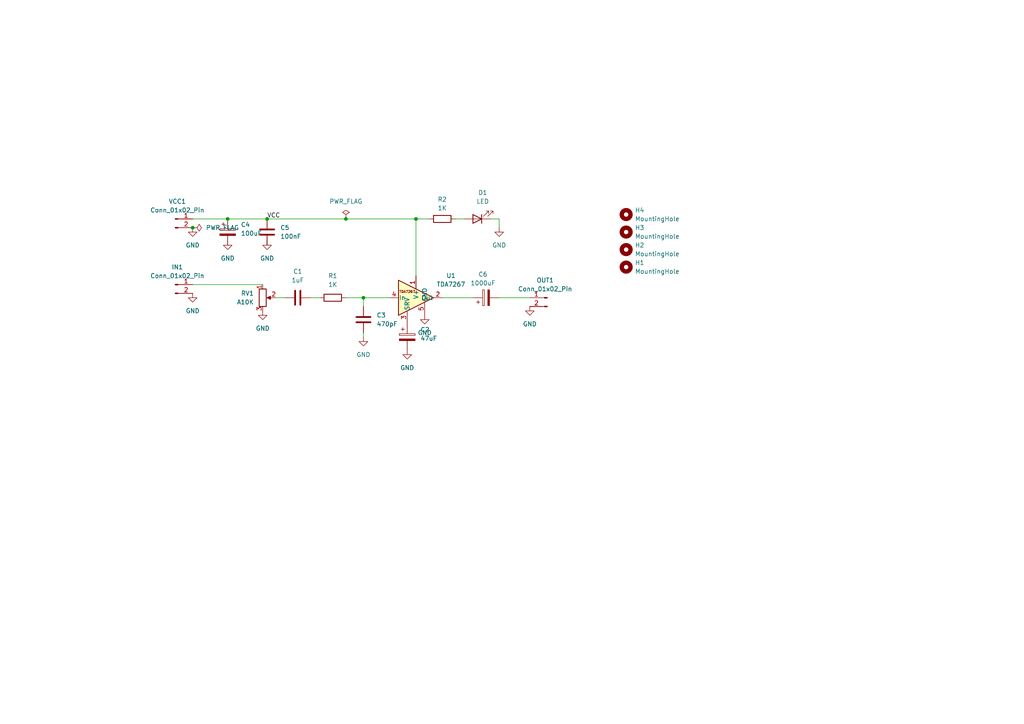
<source format=kicad_sch>
(kicad_sch (version 20250114) (generator "eeschema") (generator_version "9.0")
  (paper "A4")
  (lib_symbols
    (symbol "Amplifier_Audio:TDA7267" (pin_names (offset 0.127))
      (property "Reference" "U1" (at 10.16 6.4202 0))
      (property "Value" "TDA7267" (at 10.16 3.8802 0))
      (symbol "TDA7267_0_1"
        (polyline (pts (xy 5.08 0) (xy -5.08 5.08) (xy -5.08 -5.08) (xy 5.08 0)) (stroke (width 0.254)) (fill (type background)))
      )
      (symbol "TDA7267_1_1"
        (text "TDA7267" (at -2.54 1.778 0) (effects (font (size 0.7112 0.7112))))
        (pin input line (at -7.62 0 0) (length 2.54) (name "In") (number "4"))
        (pin passive line (at -2.54 -7.62 90) (length 3.81) (name "SRV") (number "3"))
        (pin power_in line (at 0 6.35 270) (length 3.81) (name "V+") (number "1"))
        (pin power_in line (at 2.54 -5.08 90) (length 3.81) (name "GND") (number "5"))
        (pin passive line (at 2.54 -5.08 90) (length 3.81) (hide yes) (name "GND") (number "6"))
        (pin passive line (at 2.54 -5.08 90) (length 3.81) (hide yes) (name "GND") (number "7"))
        (pin passive line (at 2.54 -5.08 90) (length 3.81) (hide yes) (name "GND") (number "8"))
        (pin output line (at 7.62 0 180) (length 2.54) (name "Out") (number "2"))
      )
    )
    (symbol "Connector:Conn_01x02_Pin" (pin_names (offset 1.016) (hide yes))
      (property "Reference" "J" (at 0 2.54 0))
      (property "Value" "Conn_01x02_Pin" (at 0 -5.08 0))
      (symbol "Conn_01x02_Pin_1_1"
        (rectangle (start 0.8636 0.127) (end 0 -0.127) (stroke (width 0.1524)) (fill (type outline)))
        (rectangle (start 0.8636 -2.413) (end 0 -2.667) (stroke (width 0.1524)) (fill (type outline)))
        (polyline (pts (xy 1.27 0) (xy 0.8636 0)) (stroke (width 0.1524)))
        (polyline (pts (xy 1.27 -2.54) (xy 0.8636 -2.54)) (stroke (width 0.1524)))
        (pin passive line (at 5.08 0 180) (length 3.81) (name "Pin_1") (number "1"))
        (pin passive line (at 5.08 -2.54 180) (length 3.81) (name "Pin_2") (number "2"))
      )
    )
    (symbol "Device:C" (pin_numbers (hide yes)) (pin_names (offset 0.254))
      (property "Reference" "C" (at 0.635 2.54 0))
      (property "Value" "C" (at 0.635 -2.54 0))
      (symbol "C_0_1"
        (polyline (pts (xy -2.032 0.762) (xy 2.032 0.762)) (stroke (width 0.508)))
        (polyline (pts (xy -2.032 -0.762) (xy 2.032 -0.762)) (stroke (width 0.508)))
      )
      (symbol "C_1_1"
        (pin passive line (at 0 3.81 270) (length 2.794) (name "~") (number "1"))
        (pin passive line (at 0 -3.81 90) (length 2.794) (name "~") (number "2"))
      )
    )
    (symbol "Device:C_Polarized" (pin_numbers (hide yes)) (pin_names (offset 0.254))
      (property "Reference" "C" (at 0.635 2.54 0))
      (property "Value" "C_Polarized" (at 0.635 -2.54 0))
      (symbol "C_Polarized_0_1"
        (rectangle (start -2.286 0.508) (end 2.286 1.016))
        (polyline (pts (xy -1.778 2.286) (xy -0.762 2.286)))
        (polyline (pts (xy -1.27 2.794) (xy -1.27 1.778)))
        (rectangle (start 2.286 -0.508) (end -2.286 -1.016) (fill (type outline)))
      )
      (symbol "C_Polarized_1_1"
        (pin passive line (at 0 3.81 270) (length 2.794) (name "~") (number "1"))
        (pin passive line (at 0 -3.81 90) (length 2.794) (name "~") (number "2"))
      )
    )
    (symbol "Device:LED" (pin_numbers (hide yes)) (pin_names (offset 1.016) (hide yes))
      (property "Reference" "D" (at 0 2.54 0))
      (property "Value" "LED" (at 0 -2.54 0))
      (symbol "LED_0_1"
        (polyline (pts (xy -3.048 -0.762) (xy -4.572 -2.286) (xy -3.81 -2.286) (xy -4.572 -2.286) (xy -4.572 -1.524)))
        (polyline (pts (xy -1.778 -0.762) (xy -3.302 -2.286) (xy -2.54 -2.286) (xy -3.302 -2.286) (xy -3.302 -1.524)))
        (polyline (pts (xy -1.27 0) (xy 1.27 0)))
        (polyline (pts (xy -1.27 -1.27) (xy -1.27 1.27)) (stroke (width 0.254)))
        (polyline (pts (xy 1.27 -1.27) (xy 1.27 1.27) (xy -1.27 0) (xy 1.27 -1.27)) (stroke (width 0.254)))
      )
      (symbol "LED_1_1"
        (pin passive line (at -3.81 0 0) (length 2.54) (name "K") (number "1"))
        (pin passive line (at 3.81 0 180) (length 2.54) (name "A") (number "2"))
      )
    )
    (symbol "Device:R" (pin_numbers (hide yes)) (pin_names (offset 0))
      (property "Reference" "R" (at 2.032 0 90))
      (property "Value" "R" (at 0 0 90))
      (symbol "R_0_1"
        (rectangle (start -1.016 -2.54) (end 1.016 2.54) (stroke (width 0.254)))
      )
      (symbol "R_1_1"
        (pin passive line (at 0 3.81 270) (length 1.27) (name "~") (number "1"))
        (pin passive line (at 0 -3.81 90) (length 1.27) (name "~") (number "2"))
      )
    )
    (symbol "Device:R_Potentiometer" (pin_names (offset 1.016) (hide yes))
      (property "Reference" "RV" (at -4.445 0 90))
      (property "Value" "R_Potentiometer" (at -2.54 0 90))
      (symbol "R_Potentiometer_0_1"
        (rectangle (start 1.016 2.54) (end -1.016 -2.54) (stroke (width 0.254)))
        (polyline (pts (xy 1.143 0) (xy 2.286 0.508) (xy 2.286 -0.508) (xy 1.143 0)) (fill (type outline)))
        (polyline (pts (xy 2.54 0) (xy 1.524 0)))
      )
      (symbol "R_Potentiometer_1_1"
        (pin passive line (at 0 3.81 270) (length 1.27) (name "1") (number "1"))
        (pin passive line (at 0 -3.81 90) (length 1.27) (name "3") (number "3"))
        (pin passive line (at 3.81 0 180) (length 1.27) (name "2") (number "2"))
      )
    )
    (symbol "Mechanical:MountingHole" (pin_names (offset 1.016)) (in_bom no)
      (property "Reference" "H" (at 0 5.08 0))
      (property "Value" "MountingHole" (at 0 3.175 0))
      (symbol "MountingHole_0_1"
        (circle (center 0 0) (radius 1.27) (stroke (width 1.27)))
      )
    )
    (symbol "power:GND" (power) (pin_numbers (hide yes)) (pin_names (offset 0) (hide yes))
      (property "Value" "GND" (at 0 -3.81 0))
      (symbol "GND_0_1"
        (polyline (pts (xy 0 0) (xy 0 -1.27) (xy 1.27 -1.27) (xy 0 -2.54) (xy -1.27 -1.27) (xy 0 -1.27)))
      )
      (symbol "GND_1_1"
        (pin power_in line (at 0 0 270) (length 0) (name "~") (number "1"))
      )
    )
    (symbol "power:PWR_FLAG" (power) (pin_numbers (hide yes)) (pin_names (offset 0) (hide yes))
      (property "Value" "PWR_FLAG" (at 0 3.81 0))
      (symbol "PWR_FLAG_0_0"
        (pin power_out line (at 0 0 90) (length 0) (name "~") (number "1"))
      )
      (symbol "PWR_FLAG_0_1"
        (polyline (pts (xy 0 0) (xy 0 1.27) (xy -1.016 1.905) (xy 0 2.54) (xy 1.016 1.905) (xy 0 1.27)))
      )
    )
  )
  (junction (at 120.65 63.5))
  (junction (at 105.41 86.36))
  (junction (at 77.47 63.5))
  (junction (at 66.04 63.5))
  (junction (at 100.33 63.5))
  (junction (at 55.88 66.04))
  (wire (pts (xy 144.78 86.36) (xy 153.67 86.36)))
  (wire (pts (xy 55.88 82.55) (xy 76.2 82.55)))
  (wire (pts (xy 105.41 86.36) (xy 105.41 88.9)))
  (wire (pts (xy 90.17 86.36) (xy 92.71 86.36)))
  (wire (pts (xy 142.24 63.5) (xy 144.78 63.5)))
  (wire (pts (xy 144.78 63.5) (xy 144.78 66.04)))
  (wire (pts (xy 100.33 86.36) (xy 105.41 86.36)))
  (wire (pts (xy 120.65 63.5) (xy 124.46 63.5)))
  (wire (pts (xy 66.04 63.5) (xy 77.47 63.5)))
  (wire (pts (xy 80.01 86.36) (xy 82.55 86.36)))
  (wire (pts (xy 128.27 86.36) (xy 137.16 86.36)))
  (wire (pts (xy 100.33 63.5) (xy 120.65 63.5)))
  (wire (pts (xy 105.41 96.52) (xy 105.41 97.79)))
  (wire (pts (xy 120.65 63.5) (xy 120.65 80.01)))
  (wire (pts (xy 132.08 63.5) (xy 134.62 63.5)))
  (wire (pts (xy 105.41 86.36) (xy 113.03 86.36)))
  (wire (pts (xy 77.47 63.5) (xy 100.33 63.5)))
  (wire (pts (xy 77.47 69.85) (xy 77.47 71.12)))
  (wire (pts (xy 66.04 69.85) (xy 66.04 71.12)))
  (wire (pts (xy 55.88 63.5) (xy 66.04 63.5)))
  (label "VCC" (at 77.47 63.5 0))
  (symbol (lib_id "Device:C_Polarized") (at 118.11 97.79 0) (unit 1)
    (property "Reference" "C2" (at 121.92 95.6309 0) (effects (justify left)))
    (property "Value" "47uF" (at 121.92 98.1709 0) (effects (justify left)))
    (property "Footprint" "Capacitor_THT:CP_Radial_D8.0mm_P3.80mm" (effects (hide yes)))
    (property "Description" "Polarized capacitor" (effects (hide yes)))
  )
  (symbol (lib_id "power:GND") (at 144.78 66.04 0) (unit 1)
    (property "Reference" "#PWR09" (effects (hide yes)))
    (property "Value" "GND" (at 144.78 71.12 0))
    (property "Description" "Power symbol creates a global label with name \"GND\" , ground" (effects (hide yes)))
  )
  (symbol (lib_id "Mechanical:MountingHole") (at 181.61 72.39 0) (unit 1) (in_bom no)
    (property "Reference" "H2" (at 184.15 71.1199 0) (effects (justify left)))
    (property "Value" "MountingHole" (at 184.15 73.6599 0) (effects (justify left)))
    (property "Footprint" "MountingHole:MountingHole_2.2mm_M2" (effects (hide yes)))
    (property "Description" "Mounting Hole without connection" (effects (hide yes)))
  )
  (symbol (lib_id "power:GND") (at 153.67 88.9 0) (unit 1)
    (property "Reference" "#PWR010" (effects (hide yes)))
    (property "Value" "GND" (at 153.67 93.98 0))
    (property "Description" "Power symbol creates a global label with name \"GND\" , ground" (effects (hide yes)))
  )
  (symbol (lib_id "Amplifier_Audio:TDA7267") (at 120.65 86.36 0) (unit 1)
    (property "Reference" "U1" (at 130.81 79.9398 0))
    (property "Value" "TDA7267" (at 130.81 82.4798 0))
    (property "Footprint" "Package_DIP:DIP-8_W7.62mm_LongPads" (effects (hide yes)))
    (property "Datasheet" "https://vakits.com/sites/default/files/TDA7267.pdf" (effects (hide yes)))
    (property "Description" "Low Voltage Audio Power Amplifier, DIP-8/SOIC-8/SSOP-8" (effects (hide yes)))
  )
  (symbol (lib_id "Connector:Conn_01x02_Pin") (at 50.8 82.55 0) (unit 1)
    (property "Reference" "IN1" (at 51.435 77.47 0))
    (property "Value" "Conn_01x02_Pin" (at 51.435 80.01 0))
    (property "Footprint" "TerminalBlock:TerminalBlock_bornier-2_P5.08mm" (effects (hide yes)))
    (property "Description" "Generic connector, single row, 01x02, script generated" (effects (hide yes)))
  )
  (symbol (lib_id "Device:C_Polarized") (at 140.97 86.36 90) (unit 1)
    (property "Reference" "C6" (at 140.081 79.5777 90))
    (property "Value" "1000uF" (at 140.081 82.1177 90))
    (property "Footprint" "Capacitor_THT:CP_Radial_D10.0mm_P5.00mm" (effects (hide yes)))
    (property "Description" "Polarized capacitor" (effects (hide yes)))
  )
  (symbol (lib_id "Mechanical:MountingHole") (at 181.61 77.47 0) (unit 1) (in_bom no)
    (property "Reference" "H1" (at 184.15 76.1999 0) (effects (justify left)))
    (property "Value" "MountingHole" (at 184.15 78.7399 0) (effects (justify left)))
    (property "Footprint" "MountingHole:MountingHole_2.2mm_M2" (effects (hide yes)))
    (property "Description" "Mounting Hole without connection" (effects (hide yes)))
  )
  (symbol (lib_id "power:PWR_FLAG") (at 100.33 63.5 0) (unit 1)
    (property "Reference" "#FLG01" (effects (hide yes)))
    (property "Value" "PWR_FLAG" (at 100.33 58.42 0))
    (property "Description" "Special symbol for telling ERC where power comes from" (effects (hide yes)))
  )
  (symbol (lib_id "Device:C_Polarized") (at 66.04 67.31 0) (unit 1)
    (property "Reference" "C4" (at 69.85 65.1509 0) (effects (justify left)))
    (property "Value" "100uF" (at 69.85 67.6909 0) (effects (justify left)))
    (property "Footprint" "Capacitor_THT:CP_Radial_D8.0mm_P3.80mm" (effects (hide yes)))
    (property "Description" "Polarized capacitor" (effects (hide yes)))
  )
  (symbol (lib_id "Connector:Conn_01x02_Pin") (at 50.8 63.5 0) (unit 1)
    (property "Reference" "VCC1" (at 51.435 58.42 0))
    (property "Value" "Conn_01x02_Pin" (at 51.435 60.96 0))
    (property "Footprint" "TerminalBlock:TerminalBlock_bornier-2_P5.08mm" (effects (hide yes)))
    (property "Description" "Generic connector, single row, 01x02, script generated" (effects (hide yes)))
  )
  (symbol (lib_id "Mechanical:MountingHole") (at 181.61 62.23 0) (unit 1) (in_bom no)
    (property "Reference" "H4" (at 184.15 60.9599 0) (effects (justify left)))
    (property "Value" "MountingHole" (at 184.15 63.4999 0) (effects (justify left)))
    (property "Footprint" "MountingHole:MountingHole_2.2mm_M2" (effects (hide yes)))
    (property "Description" "Mounting Hole without connection" (effects (hide yes)))
  )
  (symbol (lib_id "Device:C") (at 105.41 92.71 180) (unit 1)
    (property "Reference" "C3" (at 109.22 91.4399 0) (effects (justify right)))
    (property "Value" "470pF" (at 109.22 93.9799 0) (effects (justify right)))
    (property "Footprint" "Capacitor_THT:C_Disc_D6.0mm_W2.5mm_P5.00mm" (effects (hide yes)))
    (property "Description" "Unpolarized capacitor" (effects (hide yes)))
  )
  (symbol (lib_id "power:GND") (at 76.2 90.17 0) (unit 1)
    (property "Reference" "#PWR02" (effects (hide yes)))
    (property "Value" "GND" (at 76.2 95.25 0))
    (property "Description" "Power symbol creates a global label with name \"GND\" , ground" (effects (hide yes)))
  )
  (symbol (lib_id "power:GND") (at 55.88 66.04 0) (unit 1)
    (property "Reference" "#PWR06" (effects (hide yes)))
    (property "Value" "GND" (at 55.88 71.12 0))
    (property "Description" "Power symbol creates a global label with name \"GND\" , ground" (effects (hide yes)))
  )
  (symbol (lib_id "Device:R_Potentiometer") (at 76.2 86.36 0) (unit 1)
    (property "Reference" "RV1" (at 73.66 85.0899 0) (effects (justify right)))
    (property "Value" "A10K" (at 73.66 87.6299 0) (effects (justify right)))
    (property "Footprint" "Potentiometer_THT:Potentiometer_Piher_T-16H_Single_Horizontal" (effects (hide yes)))
    (property "Description" "Potentiometer" (effects (hide yes)))
  )
  (symbol (lib_id "power:GND") (at 123.19 91.44 0) (unit 1)
    (property "Reference" "#PWR03" (effects (hide yes)))
    (property "Value" "GND" (at 123.19 96.52 0))
    (property "Description" "Power symbol creates a global label with name \"GND\" , ground" (effects (hide yes)))
  )
  (symbol (lib_id "power:GND") (at 105.41 97.79 0) (unit 1)
    (property "Reference" "#PWR05" (effects (hide yes)))
    (property "Value" "GND" (at 105.41 102.87 0))
    (property "Description" "Power symbol creates a global label with name \"GND\" , ground" (effects (hide yes)))
  )
  (symbol (lib_id "power:GND") (at 55.88 85.09 0) (unit 1)
    (property "Reference" "#PWR01" (effects (hide yes)))
    (property "Value" "GND" (at 55.88 90.17 0))
    (property "Description" "Power symbol creates a global label with name \"GND\" , ground" (effects (hide yes)))
  )
  (symbol (lib_id "power:GND") (at 77.47 69.85 0) (unit 1)
    (property "Reference" "#PWR08" (effects (hide yes)))
    (property "Value" "GND" (at 77.47 74.93 0))
    (property "Description" "Power symbol creates a global label with name \"GND\" , ground" (effects (hide yes)))
  )
  (symbol (lib_id "Device:R") (at 96.52 86.36 90) (unit 1)
    (property "Reference" "R1" (at 96.52 80.01 90))
    (property "Value" "1K" (at 96.52 82.55 90))
    (property "Footprint" "Resistor_THT:R_Axial_DIN0207_L6.3mm_D2.5mm_P7.62mm_Horizontal" (effects (hide yes)))
    (property "Description" "Resistor" (effects (hide yes)))
  )
  (symbol (lib_id "Device:C") (at 77.47 67.31 180) (unit 1)
    (property "Reference" "C5" (at 81.28 66.0399 0) (effects (justify right)))
    (property "Value" "100nF" (at 81.28 68.5799 0) (effects (justify right)))
    (property "Footprint" "Capacitor_THT:C_Disc_D6.0mm_W2.5mm_P5.00mm" (effects (hide yes)))
    (property "Description" "Unpolarized capacitor" (effects (hide yes)))
  )
  (symbol (lib_id "power:GND") (at 118.11 101.6 0) (unit 1)
    (property "Reference" "#PWR04" (effects (hide yes)))
    (property "Value" "GND" (at 118.11 106.68 0))
    (property "Description" "Power symbol creates a global label with name \"GND\" , ground" (effects (hide yes)))
  )
  (symbol (lib_id "Device:C") (at 86.36 86.36 90) (unit 1)
    (property "Reference" "C1" (at 86.36 78.74 90))
    (property "Value" "1uF" (at 86.36 81.28 90))
    (property "Footprint" "Capacitor_THT:C_Rect_L7.2mm_W3.5mm_P5.00mm_FKS2_FKP2_MKS2_MKP2" (effects (hide yes)))
    (property "Description" "Unpolarized capacitor" (effects (hide yes)))
  )
  (symbol (lib_id "Device:R") (at 128.27 63.5 270) (unit 1)
    (property "Reference" "R2" (at 128.27 57.837 90))
    (property "Value" "1K" (at 128.27 60.377 90))
    (property "Footprint" "Resistor_THT:R_Axial_DIN0207_L6.3mm_D2.5mm_P7.62mm_Horizontal" (effects (hide yes)))
    (property "Description" "Resistor" (effects (hide yes)))
  )
  (symbol (lib_id "Connector:Conn_01x02_Pin") (at 158.75 86.36 0) (mirror y) (unit 1)
    (property "Reference" "OUT1" (at 158.115 81.28 0))
    (property "Value" "Conn_01x02_Pin" (at 158.115 83.82 0))
    (property "Footprint" "TerminalBlock:TerminalBlock_bornier-2_P5.08mm" (effects (hide yes)))
    (property "Description" "Generic connector, single row, 01x02, script generated" (effects (hide yes)))
  )
  (symbol (lib_id "power:PWR_FLAG") (at 55.88 66.04 270) (unit 1)
    (property "Reference" "#FLG02" (effects (hide yes)))
    (property "Value" "PWR_FLAG" (at 59.69 66.0399 90) (effects (justify left)))
    (property "Description" "Special symbol for telling ERC where power comes from" (effects (hide yes)))
  )
  (symbol (lib_id "Mechanical:MountingHole") (at 181.61 67.31 0) (unit 1) (in_bom no)
    (property "Reference" "H3" (at 184.15 66.0399 0) (effects (justify left)))
    (property "Value" "MountingHole" (at 184.15 68.5799 0) (effects (justify left)))
    (property "Footprint" "MountingHole:MountingHole_2.2mm_M2" (effects (hide yes)))
    (property "Description" "Mounting Hole without connection" (effects (hide yes)))
  )
  (symbol (lib_id "power:GND") (at 66.04 69.85 0) (unit 1)
    (property "Reference" "#PWR07" (effects (hide yes)))
    (property "Value" "GND" (at 66.04 74.93 0))
    (property "Description" "Power symbol creates a global label with name \"GND\" , ground" (effects (hide yes)))
  )
  (symbol (lib_id "Device:LED") (at 138.43 63.5 180) (unit 1)
    (property "Reference" "D1" (at 140.0175 55.88 0))
    (property "Value" "LED" (at 140.0175 58.42 0))
    (property "Footprint" "LED_THT:LED_D5.0mm" (effects (hide yes)))
    (property "Description" "Light emitting diode" (effects (hide yes)))
    (property "Sim.Pins" "1=K 2=A" (effects (hide yes)))
  )
)
</source>
